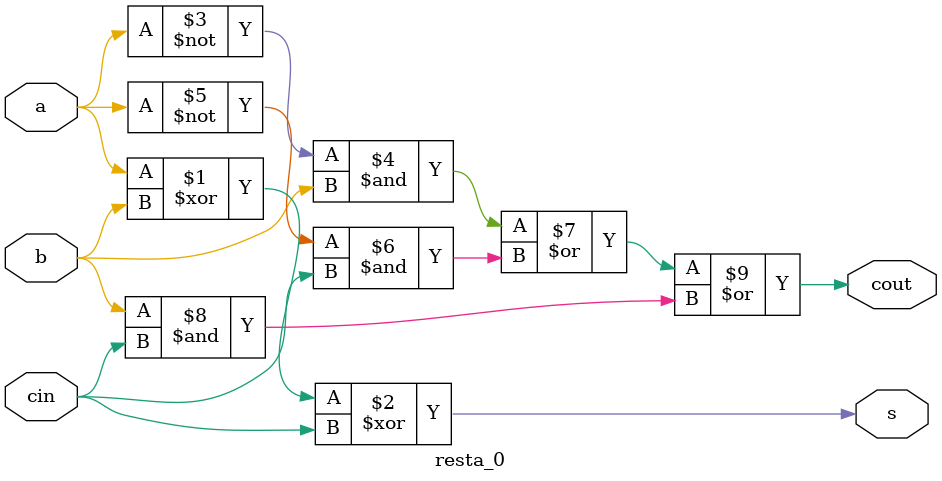
<source format=v>
`timescale 1ns / 1ps
module resta_0(input a, b, cin, output s, cout);

assign s = a ^ b ^ cin;
assign cout = ~a & b | ~a & cin | b & cin;


endmodule

</source>
